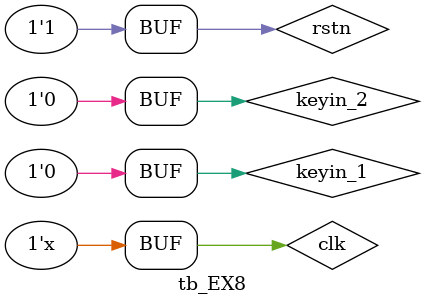
<source format=v>
`timescale 1ns / 1ps


module tb_EX8();

    reg clk;
    reg rstn;
    reg keyin_1,keyin_2;
    wire drink,givechange;

    initial begin
        clk = 1'b0;
        rstn = 1'b0;
        keyin_1 = 1'b0;
        keyin_2 = 1'b0;
        #50;
        rstn = 1'b1;
        #50;
        keyin_1 = 1'b1;
        #200;
        keyin_1 = 1'b0;
        #100;
        keyin_1 = 1'b1;
        #200;
        keyin_1 = 1'b0;
        #100;
        keyin_1 = 1'b1;
        #200;
        keyin_1 = 1'b0;
        #100;
        keyin_2 = 1'b1;
        #200;
        keyin_2 = 1'b0;
    end

    always #10 clk = ~clk;

    top Top(
        .clk(clk),
        .rstn(rstn),
        .keyin_1(keyin_1),
        .keyin_2(keyin_2),
        .drink(drink),
        .givechange(givechange)
    );
endmodule

</source>
